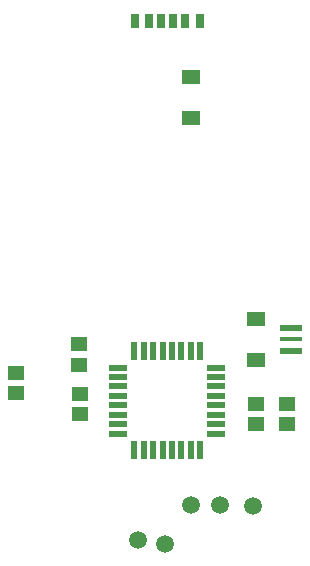
<source format=gbr>
%TF.GenerationSoftware,Altium Limited,Altium Designer,24.0.1 (36)*%
G04 Layer_Color=8421504*
%FSLAX45Y45*%
%MOMM*%
%TF.SameCoordinates,EF88BD92-104B-4C59-846E-D9FF23BA8C3F*%
%TF.FilePolarity,Positive*%
%TF.FileFunction,Paste,Top*%
%TF.Part,Single*%
G01*
G75*
%TA.AperFunction,SMDPad,CuDef*%
%ADD12C,1.50000*%
%ADD13R,1.47000X1.17000*%
G04:AMPARAMS|DCode=14|XSize=0.55mm|YSize=1.47mm|CornerRadius=0.06875mm|HoleSize=0mm|Usage=FLASHONLY|Rotation=180.000|XOffset=0mm|YOffset=0mm|HoleType=Round|Shape=RoundedRectangle|*
%AMROUNDEDRECTD14*
21,1,0.55000,1.33250,0,0,180.0*
21,1,0.41250,1.47000,0,0,180.0*
1,1,0.13750,-0.20625,0.66625*
1,1,0.13750,0.20625,0.66625*
1,1,0.13750,0.20625,-0.66625*
1,1,0.13750,-0.20625,-0.66625*
%
%ADD14ROUNDEDRECTD14*%
G04:AMPARAMS|DCode=15|XSize=1.47mm|YSize=0.55mm|CornerRadius=0.06875mm|HoleSize=0mm|Usage=FLASHONLY|Rotation=180.000|XOffset=0mm|YOffset=0mm|HoleType=Round|Shape=RoundedRectangle|*
%AMROUNDEDRECTD15*
21,1,1.47000,0.41250,0,0,180.0*
21,1,1.33250,0.55000,0,0,180.0*
1,1,0.13750,-0.66625,0.20625*
1,1,0.13750,0.66625,0.20625*
1,1,0.13750,0.66625,-0.20625*
1,1,0.13750,-0.66625,-0.20625*
%
%ADD15ROUNDEDRECTD15*%
%ADD16R,1.50000X1.25000*%
%TA.AperFunction,ConnectorPad*%
%ADD17R,0.80000X1.20000*%
%ADD18R,0.76000X1.20000*%
%ADD19R,0.70000X1.20000*%
%TA.AperFunction,SMDPad,CuDef*%
%ADD20R,1.90000X0.60000*%
%ADD21R,1.90000X0.40000*%
D12*
X3200000Y5250000D02*
D03*
X3450000D02*
D03*
X2979127Y4920873D02*
D03*
X2750000Y4950000D02*
D03*
X3730000Y5240000D02*
D03*
D13*
X3750000Y6107100D02*
D03*
Y5932900D02*
D03*
X2260000Y6189100D02*
D03*
Y6014900D02*
D03*
X1720000Y6192900D02*
D03*
Y6367100D02*
D03*
X4010000Y5932900D02*
D03*
Y6107100D02*
D03*
X2250000Y6607100D02*
D03*
Y6432900D02*
D03*
D14*
X3280001Y6549000D02*
D03*
X3200000D02*
D03*
X3120000D02*
D03*
X3040001Y6549000D02*
D03*
X2960000Y6549000D02*
D03*
X2880000D02*
D03*
X2800000Y6548999D02*
D03*
X2720000Y6549000D02*
D03*
X2720000Y5715000D02*
D03*
X2800000D02*
D03*
X2880000D02*
D03*
X2960000Y5714999D02*
D03*
X3040000Y5715000D02*
D03*
X3120000D02*
D03*
X3200000Y5715000D02*
D03*
X3280000Y5714999D02*
D03*
D15*
X3417000Y5851999D02*
D03*
Y5932000D02*
D03*
Y6012000D02*
D03*
X3417000Y6091999D02*
D03*
X3417000Y6172000D02*
D03*
Y6252000D02*
D03*
X3417000Y6332000D02*
D03*
X3417000Y6412000D02*
D03*
X2583000Y6412000D02*
D03*
Y6332000D02*
D03*
Y6252000D02*
D03*
X2583000Y6172000D02*
D03*
X2583000Y6092000D02*
D03*
Y6012000D02*
D03*
X2583000Y5932000D02*
D03*
X2583000Y5852000D02*
D03*
D16*
X3750000Y6822500D02*
D03*
Y6477500D02*
D03*
X3200000Y8527500D02*
D03*
Y8872500D02*
D03*
D17*
X2725000Y9350000D02*
D03*
X3275000D02*
D03*
D18*
X2848000D02*
D03*
X3152000D02*
D03*
D19*
X2950000D02*
D03*
X3050000D02*
D03*
D20*
X4050000Y6555000D02*
D03*
Y6745000D02*
D03*
D21*
Y6650000D02*
D03*
%TF.MD5,4cf3bbd3fe1787f40f20caf0a864faa4*%
M02*

</source>
